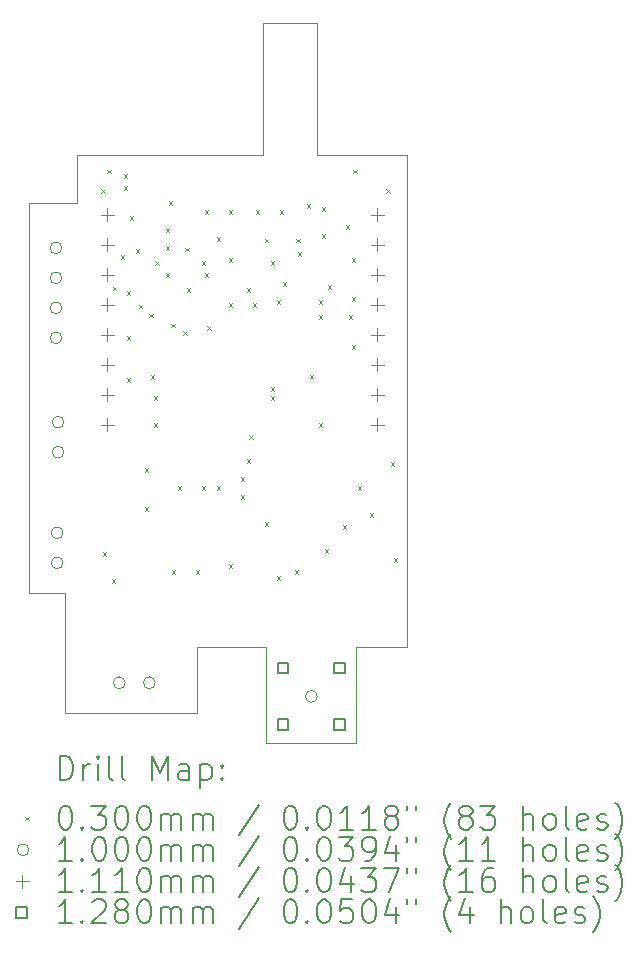
<source format=gbr>
%TF.GenerationSoftware,KiCad,Pcbnew,7.0.11-2.fc39*%
%TF.CreationDate,2024-04-30T19:09:01-04:00*%
%TF.ProjectId,OS42Mini,4f533432-4d69-46e6-992e-6b696361645f,rev?*%
%TF.SameCoordinates,Original*%
%TF.FileFunction,Drillmap*%
%TF.FilePolarity,Positive*%
%FSLAX45Y45*%
G04 Gerber Fmt 4.5, Leading zero omitted, Abs format (unit mm)*
G04 Created by KiCad (PCBNEW 7.0.11-2.fc39) date 2024-04-30 19:09:01*
%MOMM*%
%LPD*%
G01*
G04 APERTURE LIST*
%ADD10C,0.050000*%
%ADD11C,0.200000*%
%ADD12C,0.100000*%
%ADD13C,0.111000*%
%ADD14C,0.128000*%
G04 APERTURE END LIST*
D10*
X13614400Y-8483600D02*
X15189200Y-8483600D01*
X14630400Y-12649200D02*
X14630400Y-13208000D01*
X15214600Y-13462000D02*
X15976600Y-13462000D01*
X13208000Y-8890000D02*
X13614400Y-8890000D01*
X13614400Y-8890000D02*
X13614400Y-8483600D01*
X15214600Y-12649200D02*
X15214600Y-13462000D01*
X13512800Y-13208000D02*
X13512800Y-12192000D01*
X16408400Y-8483600D02*
X16408400Y-10718800D01*
X15646400Y-7366000D02*
X15646400Y-8483600D01*
X15189200Y-8483600D02*
X15189200Y-7366000D01*
X14630400Y-12649200D02*
X15214600Y-12649200D01*
X15976600Y-12649200D02*
X16408400Y-12649200D01*
X13512800Y-12192000D02*
X13208000Y-12192000D01*
X13208000Y-12192000D02*
X13208000Y-8890000D01*
X14630400Y-13208000D02*
X13512800Y-13208000D01*
X15189200Y-7366000D02*
X15646400Y-7366000D01*
X16408400Y-10718800D02*
X16408400Y-12649200D01*
X15646400Y-8483600D02*
X16408400Y-8483600D01*
X15976600Y-13462000D02*
X15976600Y-12649200D01*
D11*
D12*
X13815300Y-8773400D02*
X13845300Y-8803400D01*
X13845300Y-8773400D02*
X13815300Y-8803400D01*
X13828000Y-11846800D02*
X13858000Y-11876800D01*
X13858000Y-11846800D02*
X13828000Y-11876800D01*
X13866100Y-8608300D02*
X13896100Y-8638300D01*
X13896100Y-8608300D02*
X13866100Y-8638300D01*
X13904200Y-12075400D02*
X13934200Y-12105400D01*
X13934200Y-12075400D02*
X13904200Y-12105400D01*
X13916320Y-9602059D02*
X13946320Y-9632059D01*
X13946320Y-9602059D02*
X13916320Y-9632059D01*
X13980400Y-9332200D02*
X14010400Y-9362200D01*
X14010400Y-9332200D02*
X13980400Y-9362200D01*
X14005800Y-8646400D02*
X14035800Y-8676400D01*
X14035800Y-8646400D02*
X14005800Y-8676400D01*
X14005800Y-8748000D02*
X14035800Y-8778000D01*
X14035800Y-8748000D02*
X14005800Y-8778000D01*
X14031200Y-9637000D02*
X14061200Y-9667000D01*
X14061200Y-9637000D02*
X14031200Y-9667000D01*
X14031200Y-10373600D02*
X14061200Y-10403600D01*
X14061200Y-10373600D02*
X14031200Y-10403600D01*
X14033380Y-10018000D02*
X14063380Y-10048000D01*
X14063380Y-10018000D02*
X14033380Y-10048000D01*
X14056600Y-9002000D02*
X14086600Y-9032000D01*
X14086600Y-9002000D02*
X14056600Y-9032000D01*
X14107400Y-9281400D02*
X14137400Y-9311400D01*
X14137400Y-9281400D02*
X14107400Y-9311400D01*
X14132800Y-9751300D02*
X14162800Y-9781300D01*
X14162800Y-9751300D02*
X14132800Y-9781300D01*
X14183600Y-11135600D02*
X14213600Y-11165600D01*
X14213600Y-11135600D02*
X14183600Y-11165600D01*
X14183600Y-11465800D02*
X14213600Y-11495800D01*
X14213600Y-11465800D02*
X14183600Y-11495800D01*
X14221700Y-9827500D02*
X14251700Y-9857500D01*
X14251700Y-9827500D02*
X14221700Y-9857500D01*
X14234400Y-10348200D02*
X14264400Y-10378200D01*
X14264400Y-10348200D02*
X14234400Y-10378200D01*
X14259800Y-10526000D02*
X14289800Y-10556000D01*
X14289800Y-10526000D02*
X14259800Y-10556000D01*
X14261000Y-10754600D02*
X14291000Y-10784600D01*
X14291000Y-10754600D02*
X14261000Y-10784600D01*
X14272500Y-9383000D02*
X14302500Y-9413000D01*
X14302500Y-9383000D02*
X14272500Y-9413000D01*
X14361400Y-9103600D02*
X14391400Y-9133600D01*
X14391400Y-9103600D02*
X14361400Y-9133600D01*
X14361400Y-9256000D02*
X14391400Y-9286000D01*
X14391400Y-9256000D02*
X14361400Y-9286000D01*
X14361400Y-9484600D02*
X14391400Y-9514600D01*
X14391400Y-9484600D02*
X14361400Y-9514600D01*
X14386800Y-8875000D02*
X14416800Y-8905000D01*
X14416800Y-8875000D02*
X14386800Y-8905000D01*
X14407873Y-9912074D02*
X14437873Y-9942074D01*
X14437873Y-9912074D02*
X14407873Y-9942074D01*
X14412200Y-11999200D02*
X14442200Y-12029200D01*
X14442200Y-11999200D02*
X14412200Y-12029200D01*
X14463000Y-11288000D02*
X14493000Y-11318000D01*
X14493000Y-11288000D02*
X14463000Y-11318000D01*
X14511000Y-9978539D02*
X14541000Y-10008539D01*
X14541000Y-9978539D02*
X14511000Y-10008539D01*
X14526500Y-9268700D02*
X14556500Y-9298700D01*
X14556500Y-9268700D02*
X14526500Y-9298700D01*
X14539200Y-9611600D02*
X14569200Y-9641600D01*
X14569200Y-9611600D02*
X14539200Y-9641600D01*
X14615400Y-11999200D02*
X14645400Y-12029200D01*
X14645400Y-11999200D02*
X14615400Y-12029200D01*
X14666200Y-9383000D02*
X14696200Y-9413000D01*
X14696200Y-9383000D02*
X14666200Y-9413000D01*
X14666200Y-11288000D02*
X14696200Y-11318000D01*
X14696200Y-11288000D02*
X14666200Y-11318000D01*
X14691600Y-8951200D02*
X14721600Y-8981200D01*
X14721600Y-8951200D02*
X14691600Y-8981200D01*
X14691600Y-9484600D02*
X14721600Y-9514600D01*
X14721600Y-9484600D02*
X14691600Y-9514600D01*
X14713371Y-9936327D02*
X14743371Y-9966327D01*
X14743371Y-9936327D02*
X14713371Y-9966327D01*
X14793200Y-9179800D02*
X14823200Y-9209800D01*
X14823200Y-9179800D02*
X14793200Y-9209800D01*
X14793200Y-11288000D02*
X14823200Y-11318000D01*
X14823200Y-11288000D02*
X14793200Y-11318000D01*
X14894800Y-8951200D02*
X14924800Y-8981200D01*
X14924800Y-8951200D02*
X14894800Y-8981200D01*
X14894800Y-9357600D02*
X14924800Y-9387600D01*
X14924800Y-9357600D02*
X14894800Y-9387600D01*
X14894800Y-9738600D02*
X14924800Y-9768600D01*
X14924800Y-9738600D02*
X14894800Y-9768600D01*
X14894800Y-11948400D02*
X14924800Y-11978400D01*
X14924800Y-11948400D02*
X14894800Y-11978400D01*
X14996400Y-11211800D02*
X15026400Y-11241800D01*
X15026400Y-11211800D02*
X14996400Y-11241800D01*
X14996400Y-11364200D02*
X15026400Y-11394200D01*
X15026400Y-11364200D02*
X14996400Y-11394200D01*
X15047200Y-9611600D02*
X15077200Y-9641600D01*
X15077200Y-9611600D02*
X15047200Y-9641600D01*
X15047200Y-11059400D02*
X15077200Y-11089400D01*
X15077200Y-11059400D02*
X15047200Y-11089400D01*
X15071698Y-10856909D02*
X15101698Y-10886909D01*
X15101698Y-10856909D02*
X15071698Y-10886909D01*
X15098000Y-9738600D02*
X15128000Y-9768600D01*
X15128000Y-9738600D02*
X15098000Y-9768600D01*
X15123400Y-8951200D02*
X15153400Y-8981200D01*
X15153400Y-8951200D02*
X15123400Y-8981200D01*
X15199600Y-9192500D02*
X15229600Y-9222500D01*
X15229600Y-9192500D02*
X15199600Y-9222500D01*
X15199600Y-11592800D02*
X15229600Y-11622800D01*
X15229600Y-11592800D02*
X15199600Y-11622800D01*
X15250400Y-9383000D02*
X15280400Y-9413000D01*
X15280400Y-9383000D02*
X15250400Y-9413000D01*
X15250400Y-10449800D02*
X15280400Y-10479800D01*
X15280400Y-10449800D02*
X15250400Y-10479800D01*
X15250400Y-10529800D02*
X15280400Y-10559800D01*
X15280400Y-10529800D02*
X15250400Y-10559800D01*
X15301200Y-9713200D02*
X15331200Y-9743200D01*
X15331200Y-9713200D02*
X15301200Y-9743200D01*
X15301200Y-12050000D02*
X15331200Y-12080000D01*
X15331200Y-12050000D02*
X15301200Y-12080000D01*
X15326600Y-8951200D02*
X15356600Y-8981200D01*
X15356600Y-8951200D02*
X15326600Y-8981200D01*
X15352000Y-9560800D02*
X15382000Y-9590800D01*
X15382000Y-9560800D02*
X15352000Y-9590800D01*
X15453600Y-11999200D02*
X15483600Y-12029200D01*
X15483600Y-11999200D02*
X15453600Y-12029200D01*
X15466300Y-9192500D02*
X15496300Y-9222500D01*
X15496300Y-9192500D02*
X15466300Y-9222500D01*
X15479000Y-9306800D02*
X15509000Y-9336800D01*
X15509000Y-9306800D02*
X15479000Y-9336800D01*
X15555200Y-8900400D02*
X15585200Y-8930400D01*
X15585200Y-8900400D02*
X15555200Y-8930400D01*
X15580600Y-10348200D02*
X15610600Y-10378200D01*
X15610600Y-10348200D02*
X15580600Y-10378200D01*
X15656800Y-9713200D02*
X15686800Y-9743200D01*
X15686800Y-9713200D02*
X15656800Y-9743200D01*
X15656800Y-9840200D02*
X15686800Y-9870200D01*
X15686800Y-9840200D02*
X15656800Y-9870200D01*
X15656800Y-10754600D02*
X15686800Y-10784600D01*
X15686800Y-10754600D02*
X15656800Y-10784600D01*
X15682200Y-8925800D02*
X15712200Y-8955800D01*
X15712200Y-8925800D02*
X15682200Y-8955800D01*
X15682200Y-9154400D02*
X15712200Y-9184400D01*
X15712200Y-9154400D02*
X15682200Y-9184400D01*
X15707600Y-11821400D02*
X15737600Y-11851400D01*
X15737600Y-11821400D02*
X15707600Y-11851400D01*
X15733000Y-9586200D02*
X15763000Y-9616200D01*
X15763000Y-9586200D02*
X15733000Y-9616200D01*
X15860000Y-11618200D02*
X15890000Y-11648200D01*
X15890000Y-11618200D02*
X15860000Y-11648200D01*
X15885400Y-9078200D02*
X15915400Y-9108200D01*
X15915400Y-9078200D02*
X15885400Y-9108200D01*
X15910800Y-9840200D02*
X15940800Y-9870200D01*
X15940800Y-9840200D02*
X15910800Y-9870200D01*
X15936200Y-9357600D02*
X15966200Y-9387600D01*
X15966200Y-9357600D02*
X15936200Y-9387600D01*
X15936200Y-9687800D02*
X15966200Y-9717800D01*
X15966200Y-9687800D02*
X15936200Y-9717800D01*
X15936200Y-10094200D02*
X15966200Y-10124200D01*
X15966200Y-10094200D02*
X15936200Y-10124200D01*
X15948900Y-8608300D02*
X15978900Y-8638300D01*
X15978900Y-8608300D02*
X15948900Y-8638300D01*
X15987000Y-11288000D02*
X16017000Y-11318000D01*
X16017000Y-11288000D02*
X15987000Y-11318000D01*
X16088600Y-11516600D02*
X16118600Y-11546600D01*
X16118600Y-11516600D02*
X16088600Y-11546600D01*
X16228300Y-8773400D02*
X16258300Y-8803400D01*
X16258300Y-8773400D02*
X16228300Y-8803400D01*
X16266400Y-11084800D02*
X16296400Y-11114800D01*
X16296400Y-11084800D02*
X16266400Y-11114800D01*
X16291800Y-11897600D02*
X16321800Y-11927600D01*
X16321800Y-11897600D02*
X16291800Y-11927600D01*
X13484020Y-9272000D02*
G75*
G03*
X13384020Y-9272000I-50000J0D01*
G01*
X13384020Y-9272000D02*
G75*
G03*
X13484020Y-9272000I50000J0D01*
G01*
X13484020Y-9526000D02*
G75*
G03*
X13384020Y-9526000I-50000J0D01*
G01*
X13384020Y-9526000D02*
G75*
G03*
X13484020Y-9526000I50000J0D01*
G01*
X13484020Y-9780000D02*
G75*
G03*
X13384020Y-9780000I-50000J0D01*
G01*
X13384020Y-9780000D02*
G75*
G03*
X13484020Y-9780000I50000J0D01*
G01*
X13484020Y-10034000D02*
G75*
G03*
X13384020Y-10034000I-50000J0D01*
G01*
X13384020Y-10034000D02*
G75*
G03*
X13484020Y-10034000I50000J0D01*
G01*
X13494220Y-11684000D02*
G75*
G03*
X13394220Y-11684000I-50000J0D01*
G01*
X13394220Y-11684000D02*
G75*
G03*
X13494220Y-11684000I50000J0D01*
G01*
X13494220Y-11938000D02*
G75*
G03*
X13394220Y-11938000I-50000J0D01*
G01*
X13394220Y-11938000D02*
G75*
G03*
X13494220Y-11938000I50000J0D01*
G01*
X13501800Y-10746200D02*
G75*
G03*
X13401800Y-10746200I-50000J0D01*
G01*
X13401800Y-10746200D02*
G75*
G03*
X13501800Y-10746200I50000J0D01*
G01*
X13501800Y-11000200D02*
G75*
G03*
X13401800Y-11000200I-50000J0D01*
G01*
X13401800Y-11000200D02*
G75*
G03*
X13501800Y-11000200I50000J0D01*
G01*
X14020000Y-12954000D02*
G75*
G03*
X13920000Y-12954000I-50000J0D01*
G01*
X13920000Y-12954000D02*
G75*
G03*
X14020000Y-12954000I50000J0D01*
G01*
X14274000Y-12954000D02*
G75*
G03*
X14174000Y-12954000I-50000J0D01*
G01*
X14174000Y-12954000D02*
G75*
G03*
X14274000Y-12954000I50000J0D01*
G01*
X15646900Y-13069600D02*
G75*
G03*
X15546900Y-13069600I-50000J0D01*
G01*
X15546900Y-13069600D02*
G75*
G03*
X15646900Y-13069600I50000J0D01*
G01*
D13*
X13868400Y-8936100D02*
X13868400Y-9047100D01*
X13812900Y-8991600D02*
X13923900Y-8991600D01*
X13868400Y-9190100D02*
X13868400Y-9301100D01*
X13812900Y-9245600D02*
X13923900Y-9245600D01*
X13868400Y-9444100D02*
X13868400Y-9555100D01*
X13812900Y-9499600D02*
X13923900Y-9499600D01*
X13868400Y-9698100D02*
X13868400Y-9809100D01*
X13812900Y-9753600D02*
X13923900Y-9753600D01*
X13868400Y-9952100D02*
X13868400Y-10063100D01*
X13812900Y-10007600D02*
X13923900Y-10007600D01*
X13868400Y-10206100D02*
X13868400Y-10317100D01*
X13812900Y-10261600D02*
X13923900Y-10261600D01*
X13868400Y-10460100D02*
X13868400Y-10571100D01*
X13812900Y-10515600D02*
X13923900Y-10515600D01*
X13868400Y-10714100D02*
X13868400Y-10825100D01*
X13812900Y-10769600D02*
X13923900Y-10769600D01*
X16154400Y-8936100D02*
X16154400Y-9047100D01*
X16098900Y-8991600D02*
X16209900Y-8991600D01*
X16154400Y-9190100D02*
X16154400Y-9301100D01*
X16098900Y-9245600D02*
X16209900Y-9245600D01*
X16154400Y-9444100D02*
X16154400Y-9555100D01*
X16098900Y-9499600D02*
X16209900Y-9499600D01*
X16154400Y-9698100D02*
X16154400Y-9809100D01*
X16098900Y-9753600D02*
X16209900Y-9753600D01*
X16154400Y-9952100D02*
X16154400Y-10063100D01*
X16098900Y-10007600D02*
X16209900Y-10007600D01*
X16154400Y-10206100D02*
X16154400Y-10317100D01*
X16098900Y-10261600D02*
X16209900Y-10261600D01*
X16154400Y-10460100D02*
X16154400Y-10571100D01*
X16098900Y-10515600D02*
X16209900Y-10515600D01*
X16154400Y-10714100D02*
X16154400Y-10825100D01*
X16098900Y-10769600D02*
X16209900Y-10769600D01*
D14*
X15402155Y-12874855D02*
X15402155Y-12784345D01*
X15311645Y-12784345D01*
X15311645Y-12874855D01*
X15402155Y-12874855D01*
X15402155Y-13354855D02*
X15402155Y-13264345D01*
X15311645Y-13264345D01*
X15311645Y-13354855D01*
X15402155Y-13354855D01*
X15882155Y-12874855D02*
X15882155Y-12784345D01*
X15791645Y-12784345D01*
X15791645Y-12874855D01*
X15882155Y-12874855D01*
X15882155Y-13354855D02*
X15882155Y-13264345D01*
X15791645Y-13264345D01*
X15791645Y-13354855D01*
X15882155Y-13354855D01*
D11*
X13466277Y-13775984D02*
X13466277Y-13575984D01*
X13466277Y-13575984D02*
X13513896Y-13575984D01*
X13513896Y-13575984D02*
X13542467Y-13585508D01*
X13542467Y-13585508D02*
X13561515Y-13604555D01*
X13561515Y-13604555D02*
X13571039Y-13623603D01*
X13571039Y-13623603D02*
X13580562Y-13661698D01*
X13580562Y-13661698D02*
X13580562Y-13690269D01*
X13580562Y-13690269D02*
X13571039Y-13728365D01*
X13571039Y-13728365D02*
X13561515Y-13747412D01*
X13561515Y-13747412D02*
X13542467Y-13766460D01*
X13542467Y-13766460D02*
X13513896Y-13775984D01*
X13513896Y-13775984D02*
X13466277Y-13775984D01*
X13666277Y-13775984D02*
X13666277Y-13642650D01*
X13666277Y-13680746D02*
X13675801Y-13661698D01*
X13675801Y-13661698D02*
X13685324Y-13652174D01*
X13685324Y-13652174D02*
X13704372Y-13642650D01*
X13704372Y-13642650D02*
X13723420Y-13642650D01*
X13790086Y-13775984D02*
X13790086Y-13642650D01*
X13790086Y-13575984D02*
X13780562Y-13585508D01*
X13780562Y-13585508D02*
X13790086Y-13595031D01*
X13790086Y-13595031D02*
X13799610Y-13585508D01*
X13799610Y-13585508D02*
X13790086Y-13575984D01*
X13790086Y-13575984D02*
X13790086Y-13595031D01*
X13913896Y-13775984D02*
X13894848Y-13766460D01*
X13894848Y-13766460D02*
X13885324Y-13747412D01*
X13885324Y-13747412D02*
X13885324Y-13575984D01*
X14018658Y-13775984D02*
X13999610Y-13766460D01*
X13999610Y-13766460D02*
X13990086Y-13747412D01*
X13990086Y-13747412D02*
X13990086Y-13575984D01*
X14247229Y-13775984D02*
X14247229Y-13575984D01*
X14247229Y-13575984D02*
X14313896Y-13718841D01*
X14313896Y-13718841D02*
X14380562Y-13575984D01*
X14380562Y-13575984D02*
X14380562Y-13775984D01*
X14561515Y-13775984D02*
X14561515Y-13671222D01*
X14561515Y-13671222D02*
X14551991Y-13652174D01*
X14551991Y-13652174D02*
X14532943Y-13642650D01*
X14532943Y-13642650D02*
X14494848Y-13642650D01*
X14494848Y-13642650D02*
X14475801Y-13652174D01*
X14561515Y-13766460D02*
X14542467Y-13775984D01*
X14542467Y-13775984D02*
X14494848Y-13775984D01*
X14494848Y-13775984D02*
X14475801Y-13766460D01*
X14475801Y-13766460D02*
X14466277Y-13747412D01*
X14466277Y-13747412D02*
X14466277Y-13728365D01*
X14466277Y-13728365D02*
X14475801Y-13709317D01*
X14475801Y-13709317D02*
X14494848Y-13699793D01*
X14494848Y-13699793D02*
X14542467Y-13699793D01*
X14542467Y-13699793D02*
X14561515Y-13690269D01*
X14656753Y-13642650D02*
X14656753Y-13842650D01*
X14656753Y-13652174D02*
X14675801Y-13642650D01*
X14675801Y-13642650D02*
X14713896Y-13642650D01*
X14713896Y-13642650D02*
X14732943Y-13652174D01*
X14732943Y-13652174D02*
X14742467Y-13661698D01*
X14742467Y-13661698D02*
X14751991Y-13680746D01*
X14751991Y-13680746D02*
X14751991Y-13737888D01*
X14751991Y-13737888D02*
X14742467Y-13756936D01*
X14742467Y-13756936D02*
X14732943Y-13766460D01*
X14732943Y-13766460D02*
X14713896Y-13775984D01*
X14713896Y-13775984D02*
X14675801Y-13775984D01*
X14675801Y-13775984D02*
X14656753Y-13766460D01*
X14837705Y-13756936D02*
X14847229Y-13766460D01*
X14847229Y-13766460D02*
X14837705Y-13775984D01*
X14837705Y-13775984D02*
X14828182Y-13766460D01*
X14828182Y-13766460D02*
X14837705Y-13756936D01*
X14837705Y-13756936D02*
X14837705Y-13775984D01*
X14837705Y-13652174D02*
X14847229Y-13661698D01*
X14847229Y-13661698D02*
X14837705Y-13671222D01*
X14837705Y-13671222D02*
X14828182Y-13661698D01*
X14828182Y-13661698D02*
X14837705Y-13652174D01*
X14837705Y-13652174D02*
X14837705Y-13671222D01*
D12*
X13175500Y-14089500D02*
X13205500Y-14119500D01*
X13205500Y-14089500D02*
X13175500Y-14119500D01*
D11*
X13504372Y-13995984D02*
X13523420Y-13995984D01*
X13523420Y-13995984D02*
X13542467Y-14005508D01*
X13542467Y-14005508D02*
X13551991Y-14015031D01*
X13551991Y-14015031D02*
X13561515Y-14034079D01*
X13561515Y-14034079D02*
X13571039Y-14072174D01*
X13571039Y-14072174D02*
X13571039Y-14119793D01*
X13571039Y-14119793D02*
X13561515Y-14157888D01*
X13561515Y-14157888D02*
X13551991Y-14176936D01*
X13551991Y-14176936D02*
X13542467Y-14186460D01*
X13542467Y-14186460D02*
X13523420Y-14195984D01*
X13523420Y-14195984D02*
X13504372Y-14195984D01*
X13504372Y-14195984D02*
X13485324Y-14186460D01*
X13485324Y-14186460D02*
X13475801Y-14176936D01*
X13475801Y-14176936D02*
X13466277Y-14157888D01*
X13466277Y-14157888D02*
X13456753Y-14119793D01*
X13456753Y-14119793D02*
X13456753Y-14072174D01*
X13456753Y-14072174D02*
X13466277Y-14034079D01*
X13466277Y-14034079D02*
X13475801Y-14015031D01*
X13475801Y-14015031D02*
X13485324Y-14005508D01*
X13485324Y-14005508D02*
X13504372Y-13995984D01*
X13656753Y-14176936D02*
X13666277Y-14186460D01*
X13666277Y-14186460D02*
X13656753Y-14195984D01*
X13656753Y-14195984D02*
X13647229Y-14186460D01*
X13647229Y-14186460D02*
X13656753Y-14176936D01*
X13656753Y-14176936D02*
X13656753Y-14195984D01*
X13732943Y-13995984D02*
X13856753Y-13995984D01*
X13856753Y-13995984D02*
X13790086Y-14072174D01*
X13790086Y-14072174D02*
X13818658Y-14072174D01*
X13818658Y-14072174D02*
X13837705Y-14081698D01*
X13837705Y-14081698D02*
X13847229Y-14091222D01*
X13847229Y-14091222D02*
X13856753Y-14110269D01*
X13856753Y-14110269D02*
X13856753Y-14157888D01*
X13856753Y-14157888D02*
X13847229Y-14176936D01*
X13847229Y-14176936D02*
X13837705Y-14186460D01*
X13837705Y-14186460D02*
X13818658Y-14195984D01*
X13818658Y-14195984D02*
X13761515Y-14195984D01*
X13761515Y-14195984D02*
X13742467Y-14186460D01*
X13742467Y-14186460D02*
X13732943Y-14176936D01*
X13980562Y-13995984D02*
X13999610Y-13995984D01*
X13999610Y-13995984D02*
X14018658Y-14005508D01*
X14018658Y-14005508D02*
X14028182Y-14015031D01*
X14028182Y-14015031D02*
X14037705Y-14034079D01*
X14037705Y-14034079D02*
X14047229Y-14072174D01*
X14047229Y-14072174D02*
X14047229Y-14119793D01*
X14047229Y-14119793D02*
X14037705Y-14157888D01*
X14037705Y-14157888D02*
X14028182Y-14176936D01*
X14028182Y-14176936D02*
X14018658Y-14186460D01*
X14018658Y-14186460D02*
X13999610Y-14195984D01*
X13999610Y-14195984D02*
X13980562Y-14195984D01*
X13980562Y-14195984D02*
X13961515Y-14186460D01*
X13961515Y-14186460D02*
X13951991Y-14176936D01*
X13951991Y-14176936D02*
X13942467Y-14157888D01*
X13942467Y-14157888D02*
X13932943Y-14119793D01*
X13932943Y-14119793D02*
X13932943Y-14072174D01*
X13932943Y-14072174D02*
X13942467Y-14034079D01*
X13942467Y-14034079D02*
X13951991Y-14015031D01*
X13951991Y-14015031D02*
X13961515Y-14005508D01*
X13961515Y-14005508D02*
X13980562Y-13995984D01*
X14171039Y-13995984D02*
X14190086Y-13995984D01*
X14190086Y-13995984D02*
X14209134Y-14005508D01*
X14209134Y-14005508D02*
X14218658Y-14015031D01*
X14218658Y-14015031D02*
X14228182Y-14034079D01*
X14228182Y-14034079D02*
X14237705Y-14072174D01*
X14237705Y-14072174D02*
X14237705Y-14119793D01*
X14237705Y-14119793D02*
X14228182Y-14157888D01*
X14228182Y-14157888D02*
X14218658Y-14176936D01*
X14218658Y-14176936D02*
X14209134Y-14186460D01*
X14209134Y-14186460D02*
X14190086Y-14195984D01*
X14190086Y-14195984D02*
X14171039Y-14195984D01*
X14171039Y-14195984D02*
X14151991Y-14186460D01*
X14151991Y-14186460D02*
X14142467Y-14176936D01*
X14142467Y-14176936D02*
X14132943Y-14157888D01*
X14132943Y-14157888D02*
X14123420Y-14119793D01*
X14123420Y-14119793D02*
X14123420Y-14072174D01*
X14123420Y-14072174D02*
X14132943Y-14034079D01*
X14132943Y-14034079D02*
X14142467Y-14015031D01*
X14142467Y-14015031D02*
X14151991Y-14005508D01*
X14151991Y-14005508D02*
X14171039Y-13995984D01*
X14323420Y-14195984D02*
X14323420Y-14062650D01*
X14323420Y-14081698D02*
X14332943Y-14072174D01*
X14332943Y-14072174D02*
X14351991Y-14062650D01*
X14351991Y-14062650D02*
X14380563Y-14062650D01*
X14380563Y-14062650D02*
X14399610Y-14072174D01*
X14399610Y-14072174D02*
X14409134Y-14091222D01*
X14409134Y-14091222D02*
X14409134Y-14195984D01*
X14409134Y-14091222D02*
X14418658Y-14072174D01*
X14418658Y-14072174D02*
X14437705Y-14062650D01*
X14437705Y-14062650D02*
X14466277Y-14062650D01*
X14466277Y-14062650D02*
X14485324Y-14072174D01*
X14485324Y-14072174D02*
X14494848Y-14091222D01*
X14494848Y-14091222D02*
X14494848Y-14195984D01*
X14590086Y-14195984D02*
X14590086Y-14062650D01*
X14590086Y-14081698D02*
X14599610Y-14072174D01*
X14599610Y-14072174D02*
X14618658Y-14062650D01*
X14618658Y-14062650D02*
X14647229Y-14062650D01*
X14647229Y-14062650D02*
X14666277Y-14072174D01*
X14666277Y-14072174D02*
X14675801Y-14091222D01*
X14675801Y-14091222D02*
X14675801Y-14195984D01*
X14675801Y-14091222D02*
X14685324Y-14072174D01*
X14685324Y-14072174D02*
X14704372Y-14062650D01*
X14704372Y-14062650D02*
X14732943Y-14062650D01*
X14732943Y-14062650D02*
X14751991Y-14072174D01*
X14751991Y-14072174D02*
X14761515Y-14091222D01*
X14761515Y-14091222D02*
X14761515Y-14195984D01*
X15151991Y-13986460D02*
X14980563Y-14243603D01*
X15409134Y-13995984D02*
X15428182Y-13995984D01*
X15428182Y-13995984D02*
X15447229Y-14005508D01*
X15447229Y-14005508D02*
X15456753Y-14015031D01*
X15456753Y-14015031D02*
X15466277Y-14034079D01*
X15466277Y-14034079D02*
X15475801Y-14072174D01*
X15475801Y-14072174D02*
X15475801Y-14119793D01*
X15475801Y-14119793D02*
X15466277Y-14157888D01*
X15466277Y-14157888D02*
X15456753Y-14176936D01*
X15456753Y-14176936D02*
X15447229Y-14186460D01*
X15447229Y-14186460D02*
X15428182Y-14195984D01*
X15428182Y-14195984D02*
X15409134Y-14195984D01*
X15409134Y-14195984D02*
X15390086Y-14186460D01*
X15390086Y-14186460D02*
X15380563Y-14176936D01*
X15380563Y-14176936D02*
X15371039Y-14157888D01*
X15371039Y-14157888D02*
X15361515Y-14119793D01*
X15361515Y-14119793D02*
X15361515Y-14072174D01*
X15361515Y-14072174D02*
X15371039Y-14034079D01*
X15371039Y-14034079D02*
X15380563Y-14015031D01*
X15380563Y-14015031D02*
X15390086Y-14005508D01*
X15390086Y-14005508D02*
X15409134Y-13995984D01*
X15561515Y-14176936D02*
X15571039Y-14186460D01*
X15571039Y-14186460D02*
X15561515Y-14195984D01*
X15561515Y-14195984D02*
X15551991Y-14186460D01*
X15551991Y-14186460D02*
X15561515Y-14176936D01*
X15561515Y-14176936D02*
X15561515Y-14195984D01*
X15694848Y-13995984D02*
X15713896Y-13995984D01*
X15713896Y-13995984D02*
X15732944Y-14005508D01*
X15732944Y-14005508D02*
X15742467Y-14015031D01*
X15742467Y-14015031D02*
X15751991Y-14034079D01*
X15751991Y-14034079D02*
X15761515Y-14072174D01*
X15761515Y-14072174D02*
X15761515Y-14119793D01*
X15761515Y-14119793D02*
X15751991Y-14157888D01*
X15751991Y-14157888D02*
X15742467Y-14176936D01*
X15742467Y-14176936D02*
X15732944Y-14186460D01*
X15732944Y-14186460D02*
X15713896Y-14195984D01*
X15713896Y-14195984D02*
X15694848Y-14195984D01*
X15694848Y-14195984D02*
X15675801Y-14186460D01*
X15675801Y-14186460D02*
X15666277Y-14176936D01*
X15666277Y-14176936D02*
X15656753Y-14157888D01*
X15656753Y-14157888D02*
X15647229Y-14119793D01*
X15647229Y-14119793D02*
X15647229Y-14072174D01*
X15647229Y-14072174D02*
X15656753Y-14034079D01*
X15656753Y-14034079D02*
X15666277Y-14015031D01*
X15666277Y-14015031D02*
X15675801Y-14005508D01*
X15675801Y-14005508D02*
X15694848Y-13995984D01*
X15951991Y-14195984D02*
X15837706Y-14195984D01*
X15894848Y-14195984D02*
X15894848Y-13995984D01*
X15894848Y-13995984D02*
X15875801Y-14024555D01*
X15875801Y-14024555D02*
X15856753Y-14043603D01*
X15856753Y-14043603D02*
X15837706Y-14053127D01*
X16142467Y-14195984D02*
X16028182Y-14195984D01*
X16085325Y-14195984D02*
X16085325Y-13995984D01*
X16085325Y-13995984D02*
X16066277Y-14024555D01*
X16066277Y-14024555D02*
X16047229Y-14043603D01*
X16047229Y-14043603D02*
X16028182Y-14053127D01*
X16256753Y-14081698D02*
X16237706Y-14072174D01*
X16237706Y-14072174D02*
X16228182Y-14062650D01*
X16228182Y-14062650D02*
X16218658Y-14043603D01*
X16218658Y-14043603D02*
X16218658Y-14034079D01*
X16218658Y-14034079D02*
X16228182Y-14015031D01*
X16228182Y-14015031D02*
X16237706Y-14005508D01*
X16237706Y-14005508D02*
X16256753Y-13995984D01*
X16256753Y-13995984D02*
X16294848Y-13995984D01*
X16294848Y-13995984D02*
X16313896Y-14005508D01*
X16313896Y-14005508D02*
X16323420Y-14015031D01*
X16323420Y-14015031D02*
X16332944Y-14034079D01*
X16332944Y-14034079D02*
X16332944Y-14043603D01*
X16332944Y-14043603D02*
X16323420Y-14062650D01*
X16323420Y-14062650D02*
X16313896Y-14072174D01*
X16313896Y-14072174D02*
X16294848Y-14081698D01*
X16294848Y-14081698D02*
X16256753Y-14081698D01*
X16256753Y-14081698D02*
X16237706Y-14091222D01*
X16237706Y-14091222D02*
X16228182Y-14100746D01*
X16228182Y-14100746D02*
X16218658Y-14119793D01*
X16218658Y-14119793D02*
X16218658Y-14157888D01*
X16218658Y-14157888D02*
X16228182Y-14176936D01*
X16228182Y-14176936D02*
X16237706Y-14186460D01*
X16237706Y-14186460D02*
X16256753Y-14195984D01*
X16256753Y-14195984D02*
X16294848Y-14195984D01*
X16294848Y-14195984D02*
X16313896Y-14186460D01*
X16313896Y-14186460D02*
X16323420Y-14176936D01*
X16323420Y-14176936D02*
X16332944Y-14157888D01*
X16332944Y-14157888D02*
X16332944Y-14119793D01*
X16332944Y-14119793D02*
X16323420Y-14100746D01*
X16323420Y-14100746D02*
X16313896Y-14091222D01*
X16313896Y-14091222D02*
X16294848Y-14081698D01*
X16409134Y-13995984D02*
X16409134Y-14034079D01*
X16485325Y-13995984D02*
X16485325Y-14034079D01*
X16780563Y-14272174D02*
X16771039Y-14262650D01*
X16771039Y-14262650D02*
X16751991Y-14234079D01*
X16751991Y-14234079D02*
X16742468Y-14215031D01*
X16742468Y-14215031D02*
X16732944Y-14186460D01*
X16732944Y-14186460D02*
X16723420Y-14138841D01*
X16723420Y-14138841D02*
X16723420Y-14100746D01*
X16723420Y-14100746D02*
X16732944Y-14053127D01*
X16732944Y-14053127D02*
X16742468Y-14024555D01*
X16742468Y-14024555D02*
X16751991Y-14005508D01*
X16751991Y-14005508D02*
X16771039Y-13976936D01*
X16771039Y-13976936D02*
X16780563Y-13967412D01*
X16885325Y-14081698D02*
X16866277Y-14072174D01*
X16866277Y-14072174D02*
X16856753Y-14062650D01*
X16856753Y-14062650D02*
X16847230Y-14043603D01*
X16847230Y-14043603D02*
X16847230Y-14034079D01*
X16847230Y-14034079D02*
X16856753Y-14015031D01*
X16856753Y-14015031D02*
X16866277Y-14005508D01*
X16866277Y-14005508D02*
X16885325Y-13995984D01*
X16885325Y-13995984D02*
X16923420Y-13995984D01*
X16923420Y-13995984D02*
X16942468Y-14005508D01*
X16942468Y-14005508D02*
X16951991Y-14015031D01*
X16951991Y-14015031D02*
X16961515Y-14034079D01*
X16961515Y-14034079D02*
X16961515Y-14043603D01*
X16961515Y-14043603D02*
X16951991Y-14062650D01*
X16951991Y-14062650D02*
X16942468Y-14072174D01*
X16942468Y-14072174D02*
X16923420Y-14081698D01*
X16923420Y-14081698D02*
X16885325Y-14081698D01*
X16885325Y-14081698D02*
X16866277Y-14091222D01*
X16866277Y-14091222D02*
X16856753Y-14100746D01*
X16856753Y-14100746D02*
X16847230Y-14119793D01*
X16847230Y-14119793D02*
X16847230Y-14157888D01*
X16847230Y-14157888D02*
X16856753Y-14176936D01*
X16856753Y-14176936D02*
X16866277Y-14186460D01*
X16866277Y-14186460D02*
X16885325Y-14195984D01*
X16885325Y-14195984D02*
X16923420Y-14195984D01*
X16923420Y-14195984D02*
X16942468Y-14186460D01*
X16942468Y-14186460D02*
X16951991Y-14176936D01*
X16951991Y-14176936D02*
X16961515Y-14157888D01*
X16961515Y-14157888D02*
X16961515Y-14119793D01*
X16961515Y-14119793D02*
X16951991Y-14100746D01*
X16951991Y-14100746D02*
X16942468Y-14091222D01*
X16942468Y-14091222D02*
X16923420Y-14081698D01*
X17028182Y-13995984D02*
X17151991Y-13995984D01*
X17151991Y-13995984D02*
X17085325Y-14072174D01*
X17085325Y-14072174D02*
X17113896Y-14072174D01*
X17113896Y-14072174D02*
X17132944Y-14081698D01*
X17132944Y-14081698D02*
X17142468Y-14091222D01*
X17142468Y-14091222D02*
X17151991Y-14110269D01*
X17151991Y-14110269D02*
X17151991Y-14157888D01*
X17151991Y-14157888D02*
X17142468Y-14176936D01*
X17142468Y-14176936D02*
X17132944Y-14186460D01*
X17132944Y-14186460D02*
X17113896Y-14195984D01*
X17113896Y-14195984D02*
X17056753Y-14195984D01*
X17056753Y-14195984D02*
X17037706Y-14186460D01*
X17037706Y-14186460D02*
X17028182Y-14176936D01*
X17390087Y-14195984D02*
X17390087Y-13995984D01*
X17475801Y-14195984D02*
X17475801Y-14091222D01*
X17475801Y-14091222D02*
X17466277Y-14072174D01*
X17466277Y-14072174D02*
X17447230Y-14062650D01*
X17447230Y-14062650D02*
X17418658Y-14062650D01*
X17418658Y-14062650D02*
X17399611Y-14072174D01*
X17399611Y-14072174D02*
X17390087Y-14081698D01*
X17599611Y-14195984D02*
X17580563Y-14186460D01*
X17580563Y-14186460D02*
X17571039Y-14176936D01*
X17571039Y-14176936D02*
X17561515Y-14157888D01*
X17561515Y-14157888D02*
X17561515Y-14100746D01*
X17561515Y-14100746D02*
X17571039Y-14081698D01*
X17571039Y-14081698D02*
X17580563Y-14072174D01*
X17580563Y-14072174D02*
X17599611Y-14062650D01*
X17599611Y-14062650D02*
X17628182Y-14062650D01*
X17628182Y-14062650D02*
X17647230Y-14072174D01*
X17647230Y-14072174D02*
X17656753Y-14081698D01*
X17656753Y-14081698D02*
X17666277Y-14100746D01*
X17666277Y-14100746D02*
X17666277Y-14157888D01*
X17666277Y-14157888D02*
X17656753Y-14176936D01*
X17656753Y-14176936D02*
X17647230Y-14186460D01*
X17647230Y-14186460D02*
X17628182Y-14195984D01*
X17628182Y-14195984D02*
X17599611Y-14195984D01*
X17780563Y-14195984D02*
X17761515Y-14186460D01*
X17761515Y-14186460D02*
X17751992Y-14167412D01*
X17751992Y-14167412D02*
X17751992Y-13995984D01*
X17932944Y-14186460D02*
X17913896Y-14195984D01*
X17913896Y-14195984D02*
X17875801Y-14195984D01*
X17875801Y-14195984D02*
X17856753Y-14186460D01*
X17856753Y-14186460D02*
X17847230Y-14167412D01*
X17847230Y-14167412D02*
X17847230Y-14091222D01*
X17847230Y-14091222D02*
X17856753Y-14072174D01*
X17856753Y-14072174D02*
X17875801Y-14062650D01*
X17875801Y-14062650D02*
X17913896Y-14062650D01*
X17913896Y-14062650D02*
X17932944Y-14072174D01*
X17932944Y-14072174D02*
X17942468Y-14091222D01*
X17942468Y-14091222D02*
X17942468Y-14110269D01*
X17942468Y-14110269D02*
X17847230Y-14129317D01*
X18018658Y-14186460D02*
X18037706Y-14195984D01*
X18037706Y-14195984D02*
X18075801Y-14195984D01*
X18075801Y-14195984D02*
X18094849Y-14186460D01*
X18094849Y-14186460D02*
X18104373Y-14167412D01*
X18104373Y-14167412D02*
X18104373Y-14157888D01*
X18104373Y-14157888D02*
X18094849Y-14138841D01*
X18094849Y-14138841D02*
X18075801Y-14129317D01*
X18075801Y-14129317D02*
X18047230Y-14129317D01*
X18047230Y-14129317D02*
X18028182Y-14119793D01*
X18028182Y-14119793D02*
X18018658Y-14100746D01*
X18018658Y-14100746D02*
X18018658Y-14091222D01*
X18018658Y-14091222D02*
X18028182Y-14072174D01*
X18028182Y-14072174D02*
X18047230Y-14062650D01*
X18047230Y-14062650D02*
X18075801Y-14062650D01*
X18075801Y-14062650D02*
X18094849Y-14072174D01*
X18171039Y-14272174D02*
X18180563Y-14262650D01*
X18180563Y-14262650D02*
X18199611Y-14234079D01*
X18199611Y-14234079D02*
X18209134Y-14215031D01*
X18209134Y-14215031D02*
X18218658Y-14186460D01*
X18218658Y-14186460D02*
X18228182Y-14138841D01*
X18228182Y-14138841D02*
X18228182Y-14100746D01*
X18228182Y-14100746D02*
X18218658Y-14053127D01*
X18218658Y-14053127D02*
X18209134Y-14024555D01*
X18209134Y-14024555D02*
X18199611Y-14005508D01*
X18199611Y-14005508D02*
X18180563Y-13976936D01*
X18180563Y-13976936D02*
X18171039Y-13967412D01*
D12*
X13205500Y-14368500D02*
G75*
G03*
X13105500Y-14368500I-50000J0D01*
G01*
X13105500Y-14368500D02*
G75*
G03*
X13205500Y-14368500I50000J0D01*
G01*
D11*
X13571039Y-14459984D02*
X13456753Y-14459984D01*
X13513896Y-14459984D02*
X13513896Y-14259984D01*
X13513896Y-14259984D02*
X13494848Y-14288555D01*
X13494848Y-14288555D02*
X13475801Y-14307603D01*
X13475801Y-14307603D02*
X13456753Y-14317127D01*
X13656753Y-14440936D02*
X13666277Y-14450460D01*
X13666277Y-14450460D02*
X13656753Y-14459984D01*
X13656753Y-14459984D02*
X13647229Y-14450460D01*
X13647229Y-14450460D02*
X13656753Y-14440936D01*
X13656753Y-14440936D02*
X13656753Y-14459984D01*
X13790086Y-14259984D02*
X13809134Y-14259984D01*
X13809134Y-14259984D02*
X13828182Y-14269508D01*
X13828182Y-14269508D02*
X13837705Y-14279031D01*
X13837705Y-14279031D02*
X13847229Y-14298079D01*
X13847229Y-14298079D02*
X13856753Y-14336174D01*
X13856753Y-14336174D02*
X13856753Y-14383793D01*
X13856753Y-14383793D02*
X13847229Y-14421888D01*
X13847229Y-14421888D02*
X13837705Y-14440936D01*
X13837705Y-14440936D02*
X13828182Y-14450460D01*
X13828182Y-14450460D02*
X13809134Y-14459984D01*
X13809134Y-14459984D02*
X13790086Y-14459984D01*
X13790086Y-14459984D02*
X13771039Y-14450460D01*
X13771039Y-14450460D02*
X13761515Y-14440936D01*
X13761515Y-14440936D02*
X13751991Y-14421888D01*
X13751991Y-14421888D02*
X13742467Y-14383793D01*
X13742467Y-14383793D02*
X13742467Y-14336174D01*
X13742467Y-14336174D02*
X13751991Y-14298079D01*
X13751991Y-14298079D02*
X13761515Y-14279031D01*
X13761515Y-14279031D02*
X13771039Y-14269508D01*
X13771039Y-14269508D02*
X13790086Y-14259984D01*
X13980562Y-14259984D02*
X13999610Y-14259984D01*
X13999610Y-14259984D02*
X14018658Y-14269508D01*
X14018658Y-14269508D02*
X14028182Y-14279031D01*
X14028182Y-14279031D02*
X14037705Y-14298079D01*
X14037705Y-14298079D02*
X14047229Y-14336174D01*
X14047229Y-14336174D02*
X14047229Y-14383793D01*
X14047229Y-14383793D02*
X14037705Y-14421888D01*
X14037705Y-14421888D02*
X14028182Y-14440936D01*
X14028182Y-14440936D02*
X14018658Y-14450460D01*
X14018658Y-14450460D02*
X13999610Y-14459984D01*
X13999610Y-14459984D02*
X13980562Y-14459984D01*
X13980562Y-14459984D02*
X13961515Y-14450460D01*
X13961515Y-14450460D02*
X13951991Y-14440936D01*
X13951991Y-14440936D02*
X13942467Y-14421888D01*
X13942467Y-14421888D02*
X13932943Y-14383793D01*
X13932943Y-14383793D02*
X13932943Y-14336174D01*
X13932943Y-14336174D02*
X13942467Y-14298079D01*
X13942467Y-14298079D02*
X13951991Y-14279031D01*
X13951991Y-14279031D02*
X13961515Y-14269508D01*
X13961515Y-14269508D02*
X13980562Y-14259984D01*
X14171039Y-14259984D02*
X14190086Y-14259984D01*
X14190086Y-14259984D02*
X14209134Y-14269508D01*
X14209134Y-14269508D02*
X14218658Y-14279031D01*
X14218658Y-14279031D02*
X14228182Y-14298079D01*
X14228182Y-14298079D02*
X14237705Y-14336174D01*
X14237705Y-14336174D02*
X14237705Y-14383793D01*
X14237705Y-14383793D02*
X14228182Y-14421888D01*
X14228182Y-14421888D02*
X14218658Y-14440936D01*
X14218658Y-14440936D02*
X14209134Y-14450460D01*
X14209134Y-14450460D02*
X14190086Y-14459984D01*
X14190086Y-14459984D02*
X14171039Y-14459984D01*
X14171039Y-14459984D02*
X14151991Y-14450460D01*
X14151991Y-14450460D02*
X14142467Y-14440936D01*
X14142467Y-14440936D02*
X14132943Y-14421888D01*
X14132943Y-14421888D02*
X14123420Y-14383793D01*
X14123420Y-14383793D02*
X14123420Y-14336174D01*
X14123420Y-14336174D02*
X14132943Y-14298079D01*
X14132943Y-14298079D02*
X14142467Y-14279031D01*
X14142467Y-14279031D02*
X14151991Y-14269508D01*
X14151991Y-14269508D02*
X14171039Y-14259984D01*
X14323420Y-14459984D02*
X14323420Y-14326650D01*
X14323420Y-14345698D02*
X14332943Y-14336174D01*
X14332943Y-14336174D02*
X14351991Y-14326650D01*
X14351991Y-14326650D02*
X14380563Y-14326650D01*
X14380563Y-14326650D02*
X14399610Y-14336174D01*
X14399610Y-14336174D02*
X14409134Y-14355222D01*
X14409134Y-14355222D02*
X14409134Y-14459984D01*
X14409134Y-14355222D02*
X14418658Y-14336174D01*
X14418658Y-14336174D02*
X14437705Y-14326650D01*
X14437705Y-14326650D02*
X14466277Y-14326650D01*
X14466277Y-14326650D02*
X14485324Y-14336174D01*
X14485324Y-14336174D02*
X14494848Y-14355222D01*
X14494848Y-14355222D02*
X14494848Y-14459984D01*
X14590086Y-14459984D02*
X14590086Y-14326650D01*
X14590086Y-14345698D02*
X14599610Y-14336174D01*
X14599610Y-14336174D02*
X14618658Y-14326650D01*
X14618658Y-14326650D02*
X14647229Y-14326650D01*
X14647229Y-14326650D02*
X14666277Y-14336174D01*
X14666277Y-14336174D02*
X14675801Y-14355222D01*
X14675801Y-14355222D02*
X14675801Y-14459984D01*
X14675801Y-14355222D02*
X14685324Y-14336174D01*
X14685324Y-14336174D02*
X14704372Y-14326650D01*
X14704372Y-14326650D02*
X14732943Y-14326650D01*
X14732943Y-14326650D02*
X14751991Y-14336174D01*
X14751991Y-14336174D02*
X14761515Y-14355222D01*
X14761515Y-14355222D02*
X14761515Y-14459984D01*
X15151991Y-14250460D02*
X14980563Y-14507603D01*
X15409134Y-14259984D02*
X15428182Y-14259984D01*
X15428182Y-14259984D02*
X15447229Y-14269508D01*
X15447229Y-14269508D02*
X15456753Y-14279031D01*
X15456753Y-14279031D02*
X15466277Y-14298079D01*
X15466277Y-14298079D02*
X15475801Y-14336174D01*
X15475801Y-14336174D02*
X15475801Y-14383793D01*
X15475801Y-14383793D02*
X15466277Y-14421888D01*
X15466277Y-14421888D02*
X15456753Y-14440936D01*
X15456753Y-14440936D02*
X15447229Y-14450460D01*
X15447229Y-14450460D02*
X15428182Y-14459984D01*
X15428182Y-14459984D02*
X15409134Y-14459984D01*
X15409134Y-14459984D02*
X15390086Y-14450460D01*
X15390086Y-14450460D02*
X15380563Y-14440936D01*
X15380563Y-14440936D02*
X15371039Y-14421888D01*
X15371039Y-14421888D02*
X15361515Y-14383793D01*
X15361515Y-14383793D02*
X15361515Y-14336174D01*
X15361515Y-14336174D02*
X15371039Y-14298079D01*
X15371039Y-14298079D02*
X15380563Y-14279031D01*
X15380563Y-14279031D02*
X15390086Y-14269508D01*
X15390086Y-14269508D02*
X15409134Y-14259984D01*
X15561515Y-14440936D02*
X15571039Y-14450460D01*
X15571039Y-14450460D02*
X15561515Y-14459984D01*
X15561515Y-14459984D02*
X15551991Y-14450460D01*
X15551991Y-14450460D02*
X15561515Y-14440936D01*
X15561515Y-14440936D02*
X15561515Y-14459984D01*
X15694848Y-14259984D02*
X15713896Y-14259984D01*
X15713896Y-14259984D02*
X15732944Y-14269508D01*
X15732944Y-14269508D02*
X15742467Y-14279031D01*
X15742467Y-14279031D02*
X15751991Y-14298079D01*
X15751991Y-14298079D02*
X15761515Y-14336174D01*
X15761515Y-14336174D02*
X15761515Y-14383793D01*
X15761515Y-14383793D02*
X15751991Y-14421888D01*
X15751991Y-14421888D02*
X15742467Y-14440936D01*
X15742467Y-14440936D02*
X15732944Y-14450460D01*
X15732944Y-14450460D02*
X15713896Y-14459984D01*
X15713896Y-14459984D02*
X15694848Y-14459984D01*
X15694848Y-14459984D02*
X15675801Y-14450460D01*
X15675801Y-14450460D02*
X15666277Y-14440936D01*
X15666277Y-14440936D02*
X15656753Y-14421888D01*
X15656753Y-14421888D02*
X15647229Y-14383793D01*
X15647229Y-14383793D02*
X15647229Y-14336174D01*
X15647229Y-14336174D02*
X15656753Y-14298079D01*
X15656753Y-14298079D02*
X15666277Y-14279031D01*
X15666277Y-14279031D02*
X15675801Y-14269508D01*
X15675801Y-14269508D02*
X15694848Y-14259984D01*
X15828182Y-14259984D02*
X15951991Y-14259984D01*
X15951991Y-14259984D02*
X15885325Y-14336174D01*
X15885325Y-14336174D02*
X15913896Y-14336174D01*
X15913896Y-14336174D02*
X15932944Y-14345698D01*
X15932944Y-14345698D02*
X15942467Y-14355222D01*
X15942467Y-14355222D02*
X15951991Y-14374269D01*
X15951991Y-14374269D02*
X15951991Y-14421888D01*
X15951991Y-14421888D02*
X15942467Y-14440936D01*
X15942467Y-14440936D02*
X15932944Y-14450460D01*
X15932944Y-14450460D02*
X15913896Y-14459984D01*
X15913896Y-14459984D02*
X15856753Y-14459984D01*
X15856753Y-14459984D02*
X15837706Y-14450460D01*
X15837706Y-14450460D02*
X15828182Y-14440936D01*
X16047229Y-14459984D02*
X16085325Y-14459984D01*
X16085325Y-14459984D02*
X16104372Y-14450460D01*
X16104372Y-14450460D02*
X16113896Y-14440936D01*
X16113896Y-14440936D02*
X16132944Y-14412365D01*
X16132944Y-14412365D02*
X16142467Y-14374269D01*
X16142467Y-14374269D02*
X16142467Y-14298079D01*
X16142467Y-14298079D02*
X16132944Y-14279031D01*
X16132944Y-14279031D02*
X16123420Y-14269508D01*
X16123420Y-14269508D02*
X16104372Y-14259984D01*
X16104372Y-14259984D02*
X16066277Y-14259984D01*
X16066277Y-14259984D02*
X16047229Y-14269508D01*
X16047229Y-14269508D02*
X16037706Y-14279031D01*
X16037706Y-14279031D02*
X16028182Y-14298079D01*
X16028182Y-14298079D02*
X16028182Y-14345698D01*
X16028182Y-14345698D02*
X16037706Y-14364746D01*
X16037706Y-14364746D02*
X16047229Y-14374269D01*
X16047229Y-14374269D02*
X16066277Y-14383793D01*
X16066277Y-14383793D02*
X16104372Y-14383793D01*
X16104372Y-14383793D02*
X16123420Y-14374269D01*
X16123420Y-14374269D02*
X16132944Y-14364746D01*
X16132944Y-14364746D02*
X16142467Y-14345698D01*
X16313896Y-14326650D02*
X16313896Y-14459984D01*
X16266277Y-14250460D02*
X16218658Y-14393317D01*
X16218658Y-14393317D02*
X16342467Y-14393317D01*
X16409134Y-14259984D02*
X16409134Y-14298079D01*
X16485325Y-14259984D02*
X16485325Y-14298079D01*
X16780563Y-14536174D02*
X16771039Y-14526650D01*
X16771039Y-14526650D02*
X16751991Y-14498079D01*
X16751991Y-14498079D02*
X16742468Y-14479031D01*
X16742468Y-14479031D02*
X16732944Y-14450460D01*
X16732944Y-14450460D02*
X16723420Y-14402841D01*
X16723420Y-14402841D02*
X16723420Y-14364746D01*
X16723420Y-14364746D02*
X16732944Y-14317127D01*
X16732944Y-14317127D02*
X16742468Y-14288555D01*
X16742468Y-14288555D02*
X16751991Y-14269508D01*
X16751991Y-14269508D02*
X16771039Y-14240936D01*
X16771039Y-14240936D02*
X16780563Y-14231412D01*
X16961515Y-14459984D02*
X16847230Y-14459984D01*
X16904372Y-14459984D02*
X16904372Y-14259984D01*
X16904372Y-14259984D02*
X16885325Y-14288555D01*
X16885325Y-14288555D02*
X16866277Y-14307603D01*
X16866277Y-14307603D02*
X16847230Y-14317127D01*
X17151991Y-14459984D02*
X17037706Y-14459984D01*
X17094849Y-14459984D02*
X17094849Y-14259984D01*
X17094849Y-14259984D02*
X17075801Y-14288555D01*
X17075801Y-14288555D02*
X17056753Y-14307603D01*
X17056753Y-14307603D02*
X17037706Y-14317127D01*
X17390087Y-14459984D02*
X17390087Y-14259984D01*
X17475801Y-14459984D02*
X17475801Y-14355222D01*
X17475801Y-14355222D02*
X17466277Y-14336174D01*
X17466277Y-14336174D02*
X17447230Y-14326650D01*
X17447230Y-14326650D02*
X17418658Y-14326650D01*
X17418658Y-14326650D02*
X17399611Y-14336174D01*
X17399611Y-14336174D02*
X17390087Y-14345698D01*
X17599611Y-14459984D02*
X17580563Y-14450460D01*
X17580563Y-14450460D02*
X17571039Y-14440936D01*
X17571039Y-14440936D02*
X17561515Y-14421888D01*
X17561515Y-14421888D02*
X17561515Y-14364746D01*
X17561515Y-14364746D02*
X17571039Y-14345698D01*
X17571039Y-14345698D02*
X17580563Y-14336174D01*
X17580563Y-14336174D02*
X17599611Y-14326650D01*
X17599611Y-14326650D02*
X17628182Y-14326650D01*
X17628182Y-14326650D02*
X17647230Y-14336174D01*
X17647230Y-14336174D02*
X17656753Y-14345698D01*
X17656753Y-14345698D02*
X17666277Y-14364746D01*
X17666277Y-14364746D02*
X17666277Y-14421888D01*
X17666277Y-14421888D02*
X17656753Y-14440936D01*
X17656753Y-14440936D02*
X17647230Y-14450460D01*
X17647230Y-14450460D02*
X17628182Y-14459984D01*
X17628182Y-14459984D02*
X17599611Y-14459984D01*
X17780563Y-14459984D02*
X17761515Y-14450460D01*
X17761515Y-14450460D02*
X17751992Y-14431412D01*
X17751992Y-14431412D02*
X17751992Y-14259984D01*
X17932944Y-14450460D02*
X17913896Y-14459984D01*
X17913896Y-14459984D02*
X17875801Y-14459984D01*
X17875801Y-14459984D02*
X17856753Y-14450460D01*
X17856753Y-14450460D02*
X17847230Y-14431412D01*
X17847230Y-14431412D02*
X17847230Y-14355222D01*
X17847230Y-14355222D02*
X17856753Y-14336174D01*
X17856753Y-14336174D02*
X17875801Y-14326650D01*
X17875801Y-14326650D02*
X17913896Y-14326650D01*
X17913896Y-14326650D02*
X17932944Y-14336174D01*
X17932944Y-14336174D02*
X17942468Y-14355222D01*
X17942468Y-14355222D02*
X17942468Y-14374269D01*
X17942468Y-14374269D02*
X17847230Y-14393317D01*
X18018658Y-14450460D02*
X18037706Y-14459984D01*
X18037706Y-14459984D02*
X18075801Y-14459984D01*
X18075801Y-14459984D02*
X18094849Y-14450460D01*
X18094849Y-14450460D02*
X18104373Y-14431412D01*
X18104373Y-14431412D02*
X18104373Y-14421888D01*
X18104373Y-14421888D02*
X18094849Y-14402841D01*
X18094849Y-14402841D02*
X18075801Y-14393317D01*
X18075801Y-14393317D02*
X18047230Y-14393317D01*
X18047230Y-14393317D02*
X18028182Y-14383793D01*
X18028182Y-14383793D02*
X18018658Y-14364746D01*
X18018658Y-14364746D02*
X18018658Y-14355222D01*
X18018658Y-14355222D02*
X18028182Y-14336174D01*
X18028182Y-14336174D02*
X18047230Y-14326650D01*
X18047230Y-14326650D02*
X18075801Y-14326650D01*
X18075801Y-14326650D02*
X18094849Y-14336174D01*
X18171039Y-14536174D02*
X18180563Y-14526650D01*
X18180563Y-14526650D02*
X18199611Y-14498079D01*
X18199611Y-14498079D02*
X18209134Y-14479031D01*
X18209134Y-14479031D02*
X18218658Y-14450460D01*
X18218658Y-14450460D02*
X18228182Y-14402841D01*
X18228182Y-14402841D02*
X18228182Y-14364746D01*
X18228182Y-14364746D02*
X18218658Y-14317127D01*
X18218658Y-14317127D02*
X18209134Y-14288555D01*
X18209134Y-14288555D02*
X18199611Y-14269508D01*
X18199611Y-14269508D02*
X18180563Y-14240936D01*
X18180563Y-14240936D02*
X18171039Y-14231412D01*
D13*
X13150000Y-14577000D02*
X13150000Y-14688000D01*
X13094500Y-14632500D02*
X13205500Y-14632500D01*
D11*
X13571039Y-14723984D02*
X13456753Y-14723984D01*
X13513896Y-14723984D02*
X13513896Y-14523984D01*
X13513896Y-14523984D02*
X13494848Y-14552555D01*
X13494848Y-14552555D02*
X13475801Y-14571603D01*
X13475801Y-14571603D02*
X13456753Y-14581127D01*
X13656753Y-14704936D02*
X13666277Y-14714460D01*
X13666277Y-14714460D02*
X13656753Y-14723984D01*
X13656753Y-14723984D02*
X13647229Y-14714460D01*
X13647229Y-14714460D02*
X13656753Y-14704936D01*
X13656753Y-14704936D02*
X13656753Y-14723984D01*
X13856753Y-14723984D02*
X13742467Y-14723984D01*
X13799610Y-14723984D02*
X13799610Y-14523984D01*
X13799610Y-14523984D02*
X13780562Y-14552555D01*
X13780562Y-14552555D02*
X13761515Y-14571603D01*
X13761515Y-14571603D02*
X13742467Y-14581127D01*
X14047229Y-14723984D02*
X13932943Y-14723984D01*
X13990086Y-14723984D02*
X13990086Y-14523984D01*
X13990086Y-14523984D02*
X13971039Y-14552555D01*
X13971039Y-14552555D02*
X13951991Y-14571603D01*
X13951991Y-14571603D02*
X13932943Y-14581127D01*
X14171039Y-14523984D02*
X14190086Y-14523984D01*
X14190086Y-14523984D02*
X14209134Y-14533508D01*
X14209134Y-14533508D02*
X14218658Y-14543031D01*
X14218658Y-14543031D02*
X14228182Y-14562079D01*
X14228182Y-14562079D02*
X14237705Y-14600174D01*
X14237705Y-14600174D02*
X14237705Y-14647793D01*
X14237705Y-14647793D02*
X14228182Y-14685888D01*
X14228182Y-14685888D02*
X14218658Y-14704936D01*
X14218658Y-14704936D02*
X14209134Y-14714460D01*
X14209134Y-14714460D02*
X14190086Y-14723984D01*
X14190086Y-14723984D02*
X14171039Y-14723984D01*
X14171039Y-14723984D02*
X14151991Y-14714460D01*
X14151991Y-14714460D02*
X14142467Y-14704936D01*
X14142467Y-14704936D02*
X14132943Y-14685888D01*
X14132943Y-14685888D02*
X14123420Y-14647793D01*
X14123420Y-14647793D02*
X14123420Y-14600174D01*
X14123420Y-14600174D02*
X14132943Y-14562079D01*
X14132943Y-14562079D02*
X14142467Y-14543031D01*
X14142467Y-14543031D02*
X14151991Y-14533508D01*
X14151991Y-14533508D02*
X14171039Y-14523984D01*
X14323420Y-14723984D02*
X14323420Y-14590650D01*
X14323420Y-14609698D02*
X14332943Y-14600174D01*
X14332943Y-14600174D02*
X14351991Y-14590650D01*
X14351991Y-14590650D02*
X14380563Y-14590650D01*
X14380563Y-14590650D02*
X14399610Y-14600174D01*
X14399610Y-14600174D02*
X14409134Y-14619222D01*
X14409134Y-14619222D02*
X14409134Y-14723984D01*
X14409134Y-14619222D02*
X14418658Y-14600174D01*
X14418658Y-14600174D02*
X14437705Y-14590650D01*
X14437705Y-14590650D02*
X14466277Y-14590650D01*
X14466277Y-14590650D02*
X14485324Y-14600174D01*
X14485324Y-14600174D02*
X14494848Y-14619222D01*
X14494848Y-14619222D02*
X14494848Y-14723984D01*
X14590086Y-14723984D02*
X14590086Y-14590650D01*
X14590086Y-14609698D02*
X14599610Y-14600174D01*
X14599610Y-14600174D02*
X14618658Y-14590650D01*
X14618658Y-14590650D02*
X14647229Y-14590650D01*
X14647229Y-14590650D02*
X14666277Y-14600174D01*
X14666277Y-14600174D02*
X14675801Y-14619222D01*
X14675801Y-14619222D02*
X14675801Y-14723984D01*
X14675801Y-14619222D02*
X14685324Y-14600174D01*
X14685324Y-14600174D02*
X14704372Y-14590650D01*
X14704372Y-14590650D02*
X14732943Y-14590650D01*
X14732943Y-14590650D02*
X14751991Y-14600174D01*
X14751991Y-14600174D02*
X14761515Y-14619222D01*
X14761515Y-14619222D02*
X14761515Y-14723984D01*
X15151991Y-14514460D02*
X14980563Y-14771603D01*
X15409134Y-14523984D02*
X15428182Y-14523984D01*
X15428182Y-14523984D02*
X15447229Y-14533508D01*
X15447229Y-14533508D02*
X15456753Y-14543031D01*
X15456753Y-14543031D02*
X15466277Y-14562079D01*
X15466277Y-14562079D02*
X15475801Y-14600174D01*
X15475801Y-14600174D02*
X15475801Y-14647793D01*
X15475801Y-14647793D02*
X15466277Y-14685888D01*
X15466277Y-14685888D02*
X15456753Y-14704936D01*
X15456753Y-14704936D02*
X15447229Y-14714460D01*
X15447229Y-14714460D02*
X15428182Y-14723984D01*
X15428182Y-14723984D02*
X15409134Y-14723984D01*
X15409134Y-14723984D02*
X15390086Y-14714460D01*
X15390086Y-14714460D02*
X15380563Y-14704936D01*
X15380563Y-14704936D02*
X15371039Y-14685888D01*
X15371039Y-14685888D02*
X15361515Y-14647793D01*
X15361515Y-14647793D02*
X15361515Y-14600174D01*
X15361515Y-14600174D02*
X15371039Y-14562079D01*
X15371039Y-14562079D02*
X15380563Y-14543031D01*
X15380563Y-14543031D02*
X15390086Y-14533508D01*
X15390086Y-14533508D02*
X15409134Y-14523984D01*
X15561515Y-14704936D02*
X15571039Y-14714460D01*
X15571039Y-14714460D02*
X15561515Y-14723984D01*
X15561515Y-14723984D02*
X15551991Y-14714460D01*
X15551991Y-14714460D02*
X15561515Y-14704936D01*
X15561515Y-14704936D02*
X15561515Y-14723984D01*
X15694848Y-14523984D02*
X15713896Y-14523984D01*
X15713896Y-14523984D02*
X15732944Y-14533508D01*
X15732944Y-14533508D02*
X15742467Y-14543031D01*
X15742467Y-14543031D02*
X15751991Y-14562079D01*
X15751991Y-14562079D02*
X15761515Y-14600174D01*
X15761515Y-14600174D02*
X15761515Y-14647793D01*
X15761515Y-14647793D02*
X15751991Y-14685888D01*
X15751991Y-14685888D02*
X15742467Y-14704936D01*
X15742467Y-14704936D02*
X15732944Y-14714460D01*
X15732944Y-14714460D02*
X15713896Y-14723984D01*
X15713896Y-14723984D02*
X15694848Y-14723984D01*
X15694848Y-14723984D02*
X15675801Y-14714460D01*
X15675801Y-14714460D02*
X15666277Y-14704936D01*
X15666277Y-14704936D02*
X15656753Y-14685888D01*
X15656753Y-14685888D02*
X15647229Y-14647793D01*
X15647229Y-14647793D02*
X15647229Y-14600174D01*
X15647229Y-14600174D02*
X15656753Y-14562079D01*
X15656753Y-14562079D02*
X15666277Y-14543031D01*
X15666277Y-14543031D02*
X15675801Y-14533508D01*
X15675801Y-14533508D02*
X15694848Y-14523984D01*
X15932944Y-14590650D02*
X15932944Y-14723984D01*
X15885325Y-14514460D02*
X15837706Y-14657317D01*
X15837706Y-14657317D02*
X15961515Y-14657317D01*
X16018658Y-14523984D02*
X16142467Y-14523984D01*
X16142467Y-14523984D02*
X16075801Y-14600174D01*
X16075801Y-14600174D02*
X16104372Y-14600174D01*
X16104372Y-14600174D02*
X16123420Y-14609698D01*
X16123420Y-14609698D02*
X16132944Y-14619222D01*
X16132944Y-14619222D02*
X16142467Y-14638269D01*
X16142467Y-14638269D02*
X16142467Y-14685888D01*
X16142467Y-14685888D02*
X16132944Y-14704936D01*
X16132944Y-14704936D02*
X16123420Y-14714460D01*
X16123420Y-14714460D02*
X16104372Y-14723984D01*
X16104372Y-14723984D02*
X16047229Y-14723984D01*
X16047229Y-14723984D02*
X16028182Y-14714460D01*
X16028182Y-14714460D02*
X16018658Y-14704936D01*
X16209134Y-14523984D02*
X16342467Y-14523984D01*
X16342467Y-14523984D02*
X16256753Y-14723984D01*
X16409134Y-14523984D02*
X16409134Y-14562079D01*
X16485325Y-14523984D02*
X16485325Y-14562079D01*
X16780563Y-14800174D02*
X16771039Y-14790650D01*
X16771039Y-14790650D02*
X16751991Y-14762079D01*
X16751991Y-14762079D02*
X16742468Y-14743031D01*
X16742468Y-14743031D02*
X16732944Y-14714460D01*
X16732944Y-14714460D02*
X16723420Y-14666841D01*
X16723420Y-14666841D02*
X16723420Y-14628746D01*
X16723420Y-14628746D02*
X16732944Y-14581127D01*
X16732944Y-14581127D02*
X16742468Y-14552555D01*
X16742468Y-14552555D02*
X16751991Y-14533508D01*
X16751991Y-14533508D02*
X16771039Y-14504936D01*
X16771039Y-14504936D02*
X16780563Y-14495412D01*
X16961515Y-14723984D02*
X16847230Y-14723984D01*
X16904372Y-14723984D02*
X16904372Y-14523984D01*
X16904372Y-14523984D02*
X16885325Y-14552555D01*
X16885325Y-14552555D02*
X16866277Y-14571603D01*
X16866277Y-14571603D02*
X16847230Y-14581127D01*
X17132944Y-14523984D02*
X17094849Y-14523984D01*
X17094849Y-14523984D02*
X17075801Y-14533508D01*
X17075801Y-14533508D02*
X17066277Y-14543031D01*
X17066277Y-14543031D02*
X17047230Y-14571603D01*
X17047230Y-14571603D02*
X17037706Y-14609698D01*
X17037706Y-14609698D02*
X17037706Y-14685888D01*
X17037706Y-14685888D02*
X17047230Y-14704936D01*
X17047230Y-14704936D02*
X17056753Y-14714460D01*
X17056753Y-14714460D02*
X17075801Y-14723984D01*
X17075801Y-14723984D02*
X17113896Y-14723984D01*
X17113896Y-14723984D02*
X17132944Y-14714460D01*
X17132944Y-14714460D02*
X17142468Y-14704936D01*
X17142468Y-14704936D02*
X17151991Y-14685888D01*
X17151991Y-14685888D02*
X17151991Y-14638269D01*
X17151991Y-14638269D02*
X17142468Y-14619222D01*
X17142468Y-14619222D02*
X17132944Y-14609698D01*
X17132944Y-14609698D02*
X17113896Y-14600174D01*
X17113896Y-14600174D02*
X17075801Y-14600174D01*
X17075801Y-14600174D02*
X17056753Y-14609698D01*
X17056753Y-14609698D02*
X17047230Y-14619222D01*
X17047230Y-14619222D02*
X17037706Y-14638269D01*
X17390087Y-14723984D02*
X17390087Y-14523984D01*
X17475801Y-14723984D02*
X17475801Y-14619222D01*
X17475801Y-14619222D02*
X17466277Y-14600174D01*
X17466277Y-14600174D02*
X17447230Y-14590650D01*
X17447230Y-14590650D02*
X17418658Y-14590650D01*
X17418658Y-14590650D02*
X17399611Y-14600174D01*
X17399611Y-14600174D02*
X17390087Y-14609698D01*
X17599611Y-14723984D02*
X17580563Y-14714460D01*
X17580563Y-14714460D02*
X17571039Y-14704936D01*
X17571039Y-14704936D02*
X17561515Y-14685888D01*
X17561515Y-14685888D02*
X17561515Y-14628746D01*
X17561515Y-14628746D02*
X17571039Y-14609698D01*
X17571039Y-14609698D02*
X17580563Y-14600174D01*
X17580563Y-14600174D02*
X17599611Y-14590650D01*
X17599611Y-14590650D02*
X17628182Y-14590650D01*
X17628182Y-14590650D02*
X17647230Y-14600174D01*
X17647230Y-14600174D02*
X17656753Y-14609698D01*
X17656753Y-14609698D02*
X17666277Y-14628746D01*
X17666277Y-14628746D02*
X17666277Y-14685888D01*
X17666277Y-14685888D02*
X17656753Y-14704936D01*
X17656753Y-14704936D02*
X17647230Y-14714460D01*
X17647230Y-14714460D02*
X17628182Y-14723984D01*
X17628182Y-14723984D02*
X17599611Y-14723984D01*
X17780563Y-14723984D02*
X17761515Y-14714460D01*
X17761515Y-14714460D02*
X17751992Y-14695412D01*
X17751992Y-14695412D02*
X17751992Y-14523984D01*
X17932944Y-14714460D02*
X17913896Y-14723984D01*
X17913896Y-14723984D02*
X17875801Y-14723984D01*
X17875801Y-14723984D02*
X17856753Y-14714460D01*
X17856753Y-14714460D02*
X17847230Y-14695412D01*
X17847230Y-14695412D02*
X17847230Y-14619222D01*
X17847230Y-14619222D02*
X17856753Y-14600174D01*
X17856753Y-14600174D02*
X17875801Y-14590650D01*
X17875801Y-14590650D02*
X17913896Y-14590650D01*
X17913896Y-14590650D02*
X17932944Y-14600174D01*
X17932944Y-14600174D02*
X17942468Y-14619222D01*
X17942468Y-14619222D02*
X17942468Y-14638269D01*
X17942468Y-14638269D02*
X17847230Y-14657317D01*
X18018658Y-14714460D02*
X18037706Y-14723984D01*
X18037706Y-14723984D02*
X18075801Y-14723984D01*
X18075801Y-14723984D02*
X18094849Y-14714460D01*
X18094849Y-14714460D02*
X18104373Y-14695412D01*
X18104373Y-14695412D02*
X18104373Y-14685888D01*
X18104373Y-14685888D02*
X18094849Y-14666841D01*
X18094849Y-14666841D02*
X18075801Y-14657317D01*
X18075801Y-14657317D02*
X18047230Y-14657317D01*
X18047230Y-14657317D02*
X18028182Y-14647793D01*
X18028182Y-14647793D02*
X18018658Y-14628746D01*
X18018658Y-14628746D02*
X18018658Y-14619222D01*
X18018658Y-14619222D02*
X18028182Y-14600174D01*
X18028182Y-14600174D02*
X18047230Y-14590650D01*
X18047230Y-14590650D02*
X18075801Y-14590650D01*
X18075801Y-14590650D02*
X18094849Y-14600174D01*
X18171039Y-14800174D02*
X18180563Y-14790650D01*
X18180563Y-14790650D02*
X18199611Y-14762079D01*
X18199611Y-14762079D02*
X18209134Y-14743031D01*
X18209134Y-14743031D02*
X18218658Y-14714460D01*
X18218658Y-14714460D02*
X18228182Y-14666841D01*
X18228182Y-14666841D02*
X18228182Y-14628746D01*
X18228182Y-14628746D02*
X18218658Y-14581127D01*
X18218658Y-14581127D02*
X18209134Y-14552555D01*
X18209134Y-14552555D02*
X18199611Y-14533508D01*
X18199611Y-14533508D02*
X18180563Y-14504936D01*
X18180563Y-14504936D02*
X18171039Y-14495412D01*
D14*
X13186755Y-14941755D02*
X13186755Y-14851245D01*
X13096245Y-14851245D01*
X13096245Y-14941755D01*
X13186755Y-14941755D01*
D11*
X13571039Y-14987984D02*
X13456753Y-14987984D01*
X13513896Y-14987984D02*
X13513896Y-14787984D01*
X13513896Y-14787984D02*
X13494848Y-14816555D01*
X13494848Y-14816555D02*
X13475801Y-14835603D01*
X13475801Y-14835603D02*
X13456753Y-14845127D01*
X13656753Y-14968936D02*
X13666277Y-14978460D01*
X13666277Y-14978460D02*
X13656753Y-14987984D01*
X13656753Y-14987984D02*
X13647229Y-14978460D01*
X13647229Y-14978460D02*
X13656753Y-14968936D01*
X13656753Y-14968936D02*
X13656753Y-14987984D01*
X13742467Y-14807031D02*
X13751991Y-14797508D01*
X13751991Y-14797508D02*
X13771039Y-14787984D01*
X13771039Y-14787984D02*
X13818658Y-14787984D01*
X13818658Y-14787984D02*
X13837705Y-14797508D01*
X13837705Y-14797508D02*
X13847229Y-14807031D01*
X13847229Y-14807031D02*
X13856753Y-14826079D01*
X13856753Y-14826079D02*
X13856753Y-14845127D01*
X13856753Y-14845127D02*
X13847229Y-14873698D01*
X13847229Y-14873698D02*
X13732943Y-14987984D01*
X13732943Y-14987984D02*
X13856753Y-14987984D01*
X13971039Y-14873698D02*
X13951991Y-14864174D01*
X13951991Y-14864174D02*
X13942467Y-14854650D01*
X13942467Y-14854650D02*
X13932943Y-14835603D01*
X13932943Y-14835603D02*
X13932943Y-14826079D01*
X13932943Y-14826079D02*
X13942467Y-14807031D01*
X13942467Y-14807031D02*
X13951991Y-14797508D01*
X13951991Y-14797508D02*
X13971039Y-14787984D01*
X13971039Y-14787984D02*
X14009134Y-14787984D01*
X14009134Y-14787984D02*
X14028182Y-14797508D01*
X14028182Y-14797508D02*
X14037705Y-14807031D01*
X14037705Y-14807031D02*
X14047229Y-14826079D01*
X14047229Y-14826079D02*
X14047229Y-14835603D01*
X14047229Y-14835603D02*
X14037705Y-14854650D01*
X14037705Y-14854650D02*
X14028182Y-14864174D01*
X14028182Y-14864174D02*
X14009134Y-14873698D01*
X14009134Y-14873698D02*
X13971039Y-14873698D01*
X13971039Y-14873698D02*
X13951991Y-14883222D01*
X13951991Y-14883222D02*
X13942467Y-14892746D01*
X13942467Y-14892746D02*
X13932943Y-14911793D01*
X13932943Y-14911793D02*
X13932943Y-14949888D01*
X13932943Y-14949888D02*
X13942467Y-14968936D01*
X13942467Y-14968936D02*
X13951991Y-14978460D01*
X13951991Y-14978460D02*
X13971039Y-14987984D01*
X13971039Y-14987984D02*
X14009134Y-14987984D01*
X14009134Y-14987984D02*
X14028182Y-14978460D01*
X14028182Y-14978460D02*
X14037705Y-14968936D01*
X14037705Y-14968936D02*
X14047229Y-14949888D01*
X14047229Y-14949888D02*
X14047229Y-14911793D01*
X14047229Y-14911793D02*
X14037705Y-14892746D01*
X14037705Y-14892746D02*
X14028182Y-14883222D01*
X14028182Y-14883222D02*
X14009134Y-14873698D01*
X14171039Y-14787984D02*
X14190086Y-14787984D01*
X14190086Y-14787984D02*
X14209134Y-14797508D01*
X14209134Y-14797508D02*
X14218658Y-14807031D01*
X14218658Y-14807031D02*
X14228182Y-14826079D01*
X14228182Y-14826079D02*
X14237705Y-14864174D01*
X14237705Y-14864174D02*
X14237705Y-14911793D01*
X14237705Y-14911793D02*
X14228182Y-14949888D01*
X14228182Y-14949888D02*
X14218658Y-14968936D01*
X14218658Y-14968936D02*
X14209134Y-14978460D01*
X14209134Y-14978460D02*
X14190086Y-14987984D01*
X14190086Y-14987984D02*
X14171039Y-14987984D01*
X14171039Y-14987984D02*
X14151991Y-14978460D01*
X14151991Y-14978460D02*
X14142467Y-14968936D01*
X14142467Y-14968936D02*
X14132943Y-14949888D01*
X14132943Y-14949888D02*
X14123420Y-14911793D01*
X14123420Y-14911793D02*
X14123420Y-14864174D01*
X14123420Y-14864174D02*
X14132943Y-14826079D01*
X14132943Y-14826079D02*
X14142467Y-14807031D01*
X14142467Y-14807031D02*
X14151991Y-14797508D01*
X14151991Y-14797508D02*
X14171039Y-14787984D01*
X14323420Y-14987984D02*
X14323420Y-14854650D01*
X14323420Y-14873698D02*
X14332943Y-14864174D01*
X14332943Y-14864174D02*
X14351991Y-14854650D01*
X14351991Y-14854650D02*
X14380563Y-14854650D01*
X14380563Y-14854650D02*
X14399610Y-14864174D01*
X14399610Y-14864174D02*
X14409134Y-14883222D01*
X14409134Y-14883222D02*
X14409134Y-14987984D01*
X14409134Y-14883222D02*
X14418658Y-14864174D01*
X14418658Y-14864174D02*
X14437705Y-14854650D01*
X14437705Y-14854650D02*
X14466277Y-14854650D01*
X14466277Y-14854650D02*
X14485324Y-14864174D01*
X14485324Y-14864174D02*
X14494848Y-14883222D01*
X14494848Y-14883222D02*
X14494848Y-14987984D01*
X14590086Y-14987984D02*
X14590086Y-14854650D01*
X14590086Y-14873698D02*
X14599610Y-14864174D01*
X14599610Y-14864174D02*
X14618658Y-14854650D01*
X14618658Y-14854650D02*
X14647229Y-14854650D01*
X14647229Y-14854650D02*
X14666277Y-14864174D01*
X14666277Y-14864174D02*
X14675801Y-14883222D01*
X14675801Y-14883222D02*
X14675801Y-14987984D01*
X14675801Y-14883222D02*
X14685324Y-14864174D01*
X14685324Y-14864174D02*
X14704372Y-14854650D01*
X14704372Y-14854650D02*
X14732943Y-14854650D01*
X14732943Y-14854650D02*
X14751991Y-14864174D01*
X14751991Y-14864174D02*
X14761515Y-14883222D01*
X14761515Y-14883222D02*
X14761515Y-14987984D01*
X15151991Y-14778460D02*
X14980563Y-15035603D01*
X15409134Y-14787984D02*
X15428182Y-14787984D01*
X15428182Y-14787984D02*
X15447229Y-14797508D01*
X15447229Y-14797508D02*
X15456753Y-14807031D01*
X15456753Y-14807031D02*
X15466277Y-14826079D01*
X15466277Y-14826079D02*
X15475801Y-14864174D01*
X15475801Y-14864174D02*
X15475801Y-14911793D01*
X15475801Y-14911793D02*
X15466277Y-14949888D01*
X15466277Y-14949888D02*
X15456753Y-14968936D01*
X15456753Y-14968936D02*
X15447229Y-14978460D01*
X15447229Y-14978460D02*
X15428182Y-14987984D01*
X15428182Y-14987984D02*
X15409134Y-14987984D01*
X15409134Y-14987984D02*
X15390086Y-14978460D01*
X15390086Y-14978460D02*
X15380563Y-14968936D01*
X15380563Y-14968936D02*
X15371039Y-14949888D01*
X15371039Y-14949888D02*
X15361515Y-14911793D01*
X15361515Y-14911793D02*
X15361515Y-14864174D01*
X15361515Y-14864174D02*
X15371039Y-14826079D01*
X15371039Y-14826079D02*
X15380563Y-14807031D01*
X15380563Y-14807031D02*
X15390086Y-14797508D01*
X15390086Y-14797508D02*
X15409134Y-14787984D01*
X15561515Y-14968936D02*
X15571039Y-14978460D01*
X15571039Y-14978460D02*
X15561515Y-14987984D01*
X15561515Y-14987984D02*
X15551991Y-14978460D01*
X15551991Y-14978460D02*
X15561515Y-14968936D01*
X15561515Y-14968936D02*
X15561515Y-14987984D01*
X15694848Y-14787984D02*
X15713896Y-14787984D01*
X15713896Y-14787984D02*
X15732944Y-14797508D01*
X15732944Y-14797508D02*
X15742467Y-14807031D01*
X15742467Y-14807031D02*
X15751991Y-14826079D01*
X15751991Y-14826079D02*
X15761515Y-14864174D01*
X15761515Y-14864174D02*
X15761515Y-14911793D01*
X15761515Y-14911793D02*
X15751991Y-14949888D01*
X15751991Y-14949888D02*
X15742467Y-14968936D01*
X15742467Y-14968936D02*
X15732944Y-14978460D01*
X15732944Y-14978460D02*
X15713896Y-14987984D01*
X15713896Y-14987984D02*
X15694848Y-14987984D01*
X15694848Y-14987984D02*
X15675801Y-14978460D01*
X15675801Y-14978460D02*
X15666277Y-14968936D01*
X15666277Y-14968936D02*
X15656753Y-14949888D01*
X15656753Y-14949888D02*
X15647229Y-14911793D01*
X15647229Y-14911793D02*
X15647229Y-14864174D01*
X15647229Y-14864174D02*
X15656753Y-14826079D01*
X15656753Y-14826079D02*
X15666277Y-14807031D01*
X15666277Y-14807031D02*
X15675801Y-14797508D01*
X15675801Y-14797508D02*
X15694848Y-14787984D01*
X15942467Y-14787984D02*
X15847229Y-14787984D01*
X15847229Y-14787984D02*
X15837706Y-14883222D01*
X15837706Y-14883222D02*
X15847229Y-14873698D01*
X15847229Y-14873698D02*
X15866277Y-14864174D01*
X15866277Y-14864174D02*
X15913896Y-14864174D01*
X15913896Y-14864174D02*
X15932944Y-14873698D01*
X15932944Y-14873698D02*
X15942467Y-14883222D01*
X15942467Y-14883222D02*
X15951991Y-14902269D01*
X15951991Y-14902269D02*
X15951991Y-14949888D01*
X15951991Y-14949888D02*
X15942467Y-14968936D01*
X15942467Y-14968936D02*
X15932944Y-14978460D01*
X15932944Y-14978460D02*
X15913896Y-14987984D01*
X15913896Y-14987984D02*
X15866277Y-14987984D01*
X15866277Y-14987984D02*
X15847229Y-14978460D01*
X15847229Y-14978460D02*
X15837706Y-14968936D01*
X16075801Y-14787984D02*
X16094848Y-14787984D01*
X16094848Y-14787984D02*
X16113896Y-14797508D01*
X16113896Y-14797508D02*
X16123420Y-14807031D01*
X16123420Y-14807031D02*
X16132944Y-14826079D01*
X16132944Y-14826079D02*
X16142467Y-14864174D01*
X16142467Y-14864174D02*
X16142467Y-14911793D01*
X16142467Y-14911793D02*
X16132944Y-14949888D01*
X16132944Y-14949888D02*
X16123420Y-14968936D01*
X16123420Y-14968936D02*
X16113896Y-14978460D01*
X16113896Y-14978460D02*
X16094848Y-14987984D01*
X16094848Y-14987984D02*
X16075801Y-14987984D01*
X16075801Y-14987984D02*
X16056753Y-14978460D01*
X16056753Y-14978460D02*
X16047229Y-14968936D01*
X16047229Y-14968936D02*
X16037706Y-14949888D01*
X16037706Y-14949888D02*
X16028182Y-14911793D01*
X16028182Y-14911793D02*
X16028182Y-14864174D01*
X16028182Y-14864174D02*
X16037706Y-14826079D01*
X16037706Y-14826079D02*
X16047229Y-14807031D01*
X16047229Y-14807031D02*
X16056753Y-14797508D01*
X16056753Y-14797508D02*
X16075801Y-14787984D01*
X16313896Y-14854650D02*
X16313896Y-14987984D01*
X16266277Y-14778460D02*
X16218658Y-14921317D01*
X16218658Y-14921317D02*
X16342467Y-14921317D01*
X16409134Y-14787984D02*
X16409134Y-14826079D01*
X16485325Y-14787984D02*
X16485325Y-14826079D01*
X16780563Y-15064174D02*
X16771039Y-15054650D01*
X16771039Y-15054650D02*
X16751991Y-15026079D01*
X16751991Y-15026079D02*
X16742468Y-15007031D01*
X16742468Y-15007031D02*
X16732944Y-14978460D01*
X16732944Y-14978460D02*
X16723420Y-14930841D01*
X16723420Y-14930841D02*
X16723420Y-14892746D01*
X16723420Y-14892746D02*
X16732944Y-14845127D01*
X16732944Y-14845127D02*
X16742468Y-14816555D01*
X16742468Y-14816555D02*
X16751991Y-14797508D01*
X16751991Y-14797508D02*
X16771039Y-14768936D01*
X16771039Y-14768936D02*
X16780563Y-14759412D01*
X16942468Y-14854650D02*
X16942468Y-14987984D01*
X16894849Y-14778460D02*
X16847230Y-14921317D01*
X16847230Y-14921317D02*
X16971039Y-14921317D01*
X17199611Y-14987984D02*
X17199611Y-14787984D01*
X17285325Y-14987984D02*
X17285325Y-14883222D01*
X17285325Y-14883222D02*
X17275801Y-14864174D01*
X17275801Y-14864174D02*
X17256753Y-14854650D01*
X17256753Y-14854650D02*
X17228182Y-14854650D01*
X17228182Y-14854650D02*
X17209134Y-14864174D01*
X17209134Y-14864174D02*
X17199611Y-14873698D01*
X17409134Y-14987984D02*
X17390087Y-14978460D01*
X17390087Y-14978460D02*
X17380563Y-14968936D01*
X17380563Y-14968936D02*
X17371039Y-14949888D01*
X17371039Y-14949888D02*
X17371039Y-14892746D01*
X17371039Y-14892746D02*
X17380563Y-14873698D01*
X17380563Y-14873698D02*
X17390087Y-14864174D01*
X17390087Y-14864174D02*
X17409134Y-14854650D01*
X17409134Y-14854650D02*
X17437706Y-14854650D01*
X17437706Y-14854650D02*
X17456753Y-14864174D01*
X17456753Y-14864174D02*
X17466277Y-14873698D01*
X17466277Y-14873698D02*
X17475801Y-14892746D01*
X17475801Y-14892746D02*
X17475801Y-14949888D01*
X17475801Y-14949888D02*
X17466277Y-14968936D01*
X17466277Y-14968936D02*
X17456753Y-14978460D01*
X17456753Y-14978460D02*
X17437706Y-14987984D01*
X17437706Y-14987984D02*
X17409134Y-14987984D01*
X17590087Y-14987984D02*
X17571039Y-14978460D01*
X17571039Y-14978460D02*
X17561515Y-14959412D01*
X17561515Y-14959412D02*
X17561515Y-14787984D01*
X17742468Y-14978460D02*
X17723420Y-14987984D01*
X17723420Y-14987984D02*
X17685325Y-14987984D01*
X17685325Y-14987984D02*
X17666277Y-14978460D01*
X17666277Y-14978460D02*
X17656753Y-14959412D01*
X17656753Y-14959412D02*
X17656753Y-14883222D01*
X17656753Y-14883222D02*
X17666277Y-14864174D01*
X17666277Y-14864174D02*
X17685325Y-14854650D01*
X17685325Y-14854650D02*
X17723420Y-14854650D01*
X17723420Y-14854650D02*
X17742468Y-14864174D01*
X17742468Y-14864174D02*
X17751992Y-14883222D01*
X17751992Y-14883222D02*
X17751992Y-14902269D01*
X17751992Y-14902269D02*
X17656753Y-14921317D01*
X17828182Y-14978460D02*
X17847230Y-14987984D01*
X17847230Y-14987984D02*
X17885325Y-14987984D01*
X17885325Y-14987984D02*
X17904373Y-14978460D01*
X17904373Y-14978460D02*
X17913896Y-14959412D01*
X17913896Y-14959412D02*
X17913896Y-14949888D01*
X17913896Y-14949888D02*
X17904373Y-14930841D01*
X17904373Y-14930841D02*
X17885325Y-14921317D01*
X17885325Y-14921317D02*
X17856753Y-14921317D01*
X17856753Y-14921317D02*
X17837706Y-14911793D01*
X17837706Y-14911793D02*
X17828182Y-14892746D01*
X17828182Y-14892746D02*
X17828182Y-14883222D01*
X17828182Y-14883222D02*
X17837706Y-14864174D01*
X17837706Y-14864174D02*
X17856753Y-14854650D01*
X17856753Y-14854650D02*
X17885325Y-14854650D01*
X17885325Y-14854650D02*
X17904373Y-14864174D01*
X17980563Y-15064174D02*
X17990087Y-15054650D01*
X17990087Y-15054650D02*
X18009134Y-15026079D01*
X18009134Y-15026079D02*
X18018658Y-15007031D01*
X18018658Y-15007031D02*
X18028182Y-14978460D01*
X18028182Y-14978460D02*
X18037706Y-14930841D01*
X18037706Y-14930841D02*
X18037706Y-14892746D01*
X18037706Y-14892746D02*
X18028182Y-14845127D01*
X18028182Y-14845127D02*
X18018658Y-14816555D01*
X18018658Y-14816555D02*
X18009134Y-14797508D01*
X18009134Y-14797508D02*
X17990087Y-14768936D01*
X17990087Y-14768936D02*
X17980563Y-14759412D01*
M02*

</source>
